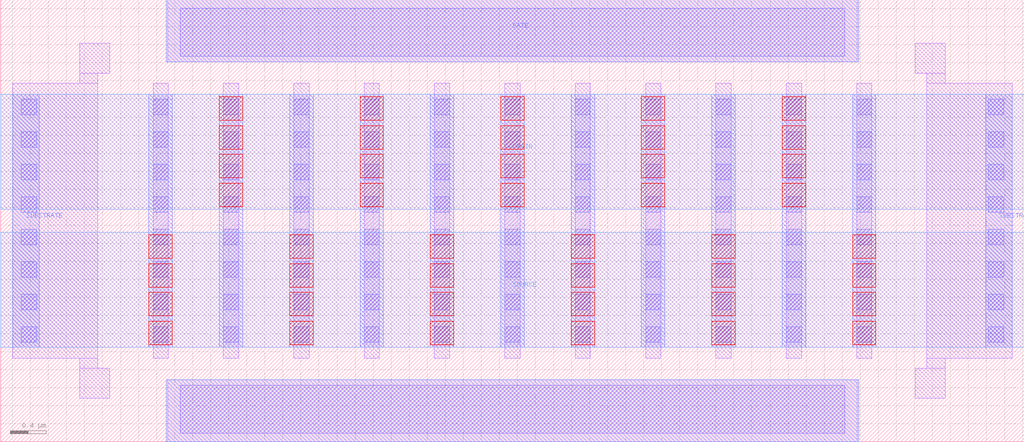
<source format=lef>
# Copyright 2020 The SkyWater PDK Authors
#
# Licensed under the Apache License, Version 2.0 (the "License");
# you may not use this file except in compliance with the License.
# You may obtain a copy of the License at
#
#     https://www.apache.org/licenses/LICENSE-2.0
#
# Unless required by applicable law or agreed to in writing, software
# distributed under the License is distributed on an "AS IS" BASIS,
# WITHOUT WARRANTIES OR CONDITIONS OF ANY KIND, either express or implied.
# See the License for the specific language governing permissions and
# limitations under the License.
#
# SPDX-License-Identifier: Apache-2.0

VERSION 5.7 ;
  NOWIREEXTENSIONATPIN ON ;
  DIVIDERCHAR "/" ;
  BUSBITCHARS "[]" ;
MACRO sky130_fd_pr__rf_nfet_g5v0d10v5_bM10W3p00L0p50
  CLASS BLOCK ;
  FOREIGN sky130_fd_pr__rf_nfet_g5v0d10v5_bM10W3p00L0p50 ;
  ORIGIN -0.070000  0.000000 ;
  SIZE  11.35000 BY  4.900000 ;
  PIN DRAIN
    ANTENNADIFFAREA  4.214000 ;
    PORT
      LAYER met2 ;
        RECT 0.070000 2.575000 11.420000 3.855000 ;
    END
  END DRAIN
  PIN GATE
    ANTENNAGATEAREA  15.049999 ;
    PORT
      LAYER met1 ;
        RECT 1.905000 0.000000 9.585000 0.685000 ;
        RECT 1.905000 4.215000 9.585000 4.900000 ;
    END
  END GATE
  PIN SOURCE
    ANTENNADIFFAREA  5.056800 ;
    PORT
      LAYER met2 ;
        RECT 0.070000 1.045000 11.420000 2.325000 ;
    END
  END SOURCE
  PIN SUBSTRATE
    ANTENNADIFFAREA  3.010000 ;
    ANTENNAGATEAREA  1.505000 ;
    PORT
      LAYER met1 ;
        RECT 0.205000 1.045000 0.500000 3.855000 ;
    END
    PORT
      LAYER met1 ;
        RECT 10.990000 1.045000 11.285000 3.855000 ;
    END
  END SUBSTRATE
  OBS
    LAYER li1 ;
      RECT  0.205000 0.925000  1.150000 3.975000 ;
      RECT  0.950000 0.485000  1.280000 0.815000 ;
      RECT  0.950000 0.815000  1.150000 0.925000 ;
      RECT  0.950000 3.975000  1.150000 4.085000 ;
      RECT  0.950000 4.085000  1.280000 4.415000 ;
      RECT  1.760000 0.925000  1.930000 3.975000 ;
      RECT  1.925000 0.000000  9.565000 0.685000 ;
      RECT  1.925000 4.215000  9.565000 4.900000 ;
      RECT  2.540000 0.925000  2.710000 3.975000 ;
      RECT  3.320000 0.925000  3.490000 3.975000 ;
      RECT  4.100000 0.925000  4.270000 3.975000 ;
      RECT  4.880000 0.925000  5.050000 3.975000 ;
      RECT  5.660000 0.925000  5.830000 3.975000 ;
      RECT  6.440000 0.925000  6.610000 3.975000 ;
      RECT  7.220000 0.925000  7.390000 3.975000 ;
      RECT  8.000000 0.925000  8.170000 3.975000 ;
      RECT  8.780000 0.925000  8.950000 3.975000 ;
      RECT  9.560000 0.925000  9.730000 3.975000 ;
      RECT 10.210000 0.485000 10.540000 0.815000 ;
      RECT 10.210000 4.085000 10.540000 4.415000 ;
      RECT 10.340000 0.815000 10.540000 0.925000 ;
      RECT 10.340000 0.925000 11.285000 3.975000 ;
      RECT 10.340000 3.975000 10.540000 4.085000 ;
    LAYER mcon ;
      RECT  0.300000 1.105000  0.470000 1.275000 ;
      RECT  0.300000 1.465000  0.470000 1.635000 ;
      RECT  0.300000 1.825000  0.470000 1.995000 ;
      RECT  0.300000 2.185000  0.470000 2.355000 ;
      RECT  0.300000 2.545000  0.470000 2.715000 ;
      RECT  0.300000 2.905000  0.470000 3.075000 ;
      RECT  0.300000 3.265000  0.470000 3.435000 ;
      RECT  0.300000 3.625000  0.470000 3.795000 ;
      RECT  1.760000 1.105000  1.930000 1.275000 ;
      RECT  1.760000 1.465000  1.930000 1.635000 ;
      RECT  1.760000 1.825000  1.930000 1.995000 ;
      RECT  1.760000 2.185000  1.930000 2.355000 ;
      RECT  1.760000 2.545000  1.930000 2.715000 ;
      RECT  1.760000 2.905000  1.930000 3.075000 ;
      RECT  1.760000 3.265000  1.930000 3.435000 ;
      RECT  1.760000 3.625000  1.930000 3.795000 ;
      RECT  2.060000 0.095000  9.430000 0.625000 ;
      RECT  2.060000 4.275000  9.430000 4.805000 ;
      RECT  2.540000 1.105000  2.710000 1.275000 ;
      RECT  2.540000 1.465000  2.710000 1.635000 ;
      RECT  2.540000 1.825000  2.710000 1.995000 ;
      RECT  2.540000 2.185000  2.710000 2.355000 ;
      RECT  2.540000 2.545000  2.710000 2.715000 ;
      RECT  2.540000 2.905000  2.710000 3.075000 ;
      RECT  2.540000 3.265000  2.710000 3.435000 ;
      RECT  2.540000 3.625000  2.710000 3.795000 ;
      RECT  3.320000 1.105000  3.490000 1.275000 ;
      RECT  3.320000 1.465000  3.490000 1.635000 ;
      RECT  3.320000 1.825000  3.490000 1.995000 ;
      RECT  3.320000 2.185000  3.490000 2.355000 ;
      RECT  3.320000 2.545000  3.490000 2.715000 ;
      RECT  3.320000 2.905000  3.490000 3.075000 ;
      RECT  3.320000 3.265000  3.490000 3.435000 ;
      RECT  3.320000 3.625000  3.490000 3.795000 ;
      RECT  4.100000 1.105000  4.270000 1.275000 ;
      RECT  4.100000 1.465000  4.270000 1.635000 ;
      RECT  4.100000 1.825000  4.270000 1.995000 ;
      RECT  4.100000 2.185000  4.270000 2.355000 ;
      RECT  4.100000 2.545000  4.270000 2.715000 ;
      RECT  4.100000 2.905000  4.270000 3.075000 ;
      RECT  4.100000 3.265000  4.270000 3.435000 ;
      RECT  4.100000 3.625000  4.270000 3.795000 ;
      RECT  4.880000 1.105000  5.050000 1.275000 ;
      RECT  4.880000 1.465000  5.050000 1.635000 ;
      RECT  4.880000 1.825000  5.050000 1.995000 ;
      RECT  4.880000 2.185000  5.050000 2.355000 ;
      RECT  4.880000 2.545000  5.050000 2.715000 ;
      RECT  4.880000 2.905000  5.050000 3.075000 ;
      RECT  4.880000 3.265000  5.050000 3.435000 ;
      RECT  4.880000 3.625000  5.050000 3.795000 ;
      RECT  5.660000 1.105000  5.830000 1.275000 ;
      RECT  5.660000 1.465000  5.830000 1.635000 ;
      RECT  5.660000 1.825000  5.830000 1.995000 ;
      RECT  5.660000 2.185000  5.830000 2.355000 ;
      RECT  5.660000 2.545000  5.830000 2.715000 ;
      RECT  5.660000 2.905000  5.830000 3.075000 ;
      RECT  5.660000 3.265000  5.830000 3.435000 ;
      RECT  5.660000 3.625000  5.830000 3.795000 ;
      RECT  6.440000 1.105000  6.610000 1.275000 ;
      RECT  6.440000 1.465000  6.610000 1.635000 ;
      RECT  6.440000 1.825000  6.610000 1.995000 ;
      RECT  6.440000 2.185000  6.610000 2.355000 ;
      RECT  6.440000 2.545000  6.610000 2.715000 ;
      RECT  6.440000 2.905000  6.610000 3.075000 ;
      RECT  6.440000 3.265000  6.610000 3.435000 ;
      RECT  6.440000 3.625000  6.610000 3.795000 ;
      RECT  7.220000 1.105000  7.390000 1.275000 ;
      RECT  7.220000 1.465000  7.390000 1.635000 ;
      RECT  7.220000 1.825000  7.390000 1.995000 ;
      RECT  7.220000 2.185000  7.390000 2.355000 ;
      RECT  7.220000 2.545000  7.390000 2.715000 ;
      RECT  7.220000 2.905000  7.390000 3.075000 ;
      RECT  7.220000 3.265000  7.390000 3.435000 ;
      RECT  7.220000 3.625000  7.390000 3.795000 ;
      RECT  8.000000 1.105000  8.170000 1.275000 ;
      RECT  8.000000 1.465000  8.170000 1.635000 ;
      RECT  8.000000 1.825000  8.170000 1.995000 ;
      RECT  8.000000 2.185000  8.170000 2.355000 ;
      RECT  8.000000 2.545000  8.170000 2.715000 ;
      RECT  8.000000 2.905000  8.170000 3.075000 ;
      RECT  8.000000 3.265000  8.170000 3.435000 ;
      RECT  8.000000 3.625000  8.170000 3.795000 ;
      RECT  8.780000 1.105000  8.950000 1.275000 ;
      RECT  8.780000 1.465000  8.950000 1.635000 ;
      RECT  8.780000 1.825000  8.950000 1.995000 ;
      RECT  8.780000 2.185000  8.950000 2.355000 ;
      RECT  8.780000 2.545000  8.950000 2.715000 ;
      RECT  8.780000 2.905000  8.950000 3.075000 ;
      RECT  8.780000 3.265000  8.950000 3.435000 ;
      RECT  8.780000 3.625000  8.950000 3.795000 ;
      RECT  9.560000 1.105000  9.730000 1.275000 ;
      RECT  9.560000 1.465000  9.730000 1.635000 ;
      RECT  9.560000 1.825000  9.730000 1.995000 ;
      RECT  9.560000 2.185000  9.730000 2.355000 ;
      RECT  9.560000 2.545000  9.730000 2.715000 ;
      RECT  9.560000 2.905000  9.730000 3.075000 ;
      RECT  9.560000 3.265000  9.730000 3.435000 ;
      RECT  9.560000 3.625000  9.730000 3.795000 ;
      RECT 11.020000 1.105000 11.190000 1.275000 ;
      RECT 11.020000 1.465000 11.190000 1.635000 ;
      RECT 11.020000 1.825000 11.190000 1.995000 ;
      RECT 11.020000 2.185000 11.190000 2.355000 ;
      RECT 11.020000 2.545000 11.190000 2.715000 ;
      RECT 11.020000 2.905000 11.190000 3.075000 ;
      RECT 11.020000 3.265000 11.190000 3.435000 ;
      RECT 11.020000 3.625000 11.190000 3.795000 ;
    LAYER met1 ;
      RECT 1.715000 1.045000 1.975000 3.855000 ;
      RECT 2.495000 1.045000 2.755000 3.855000 ;
      RECT 3.275000 1.045000 3.535000 3.855000 ;
      RECT 4.055000 1.045000 4.315000 3.855000 ;
      RECT 4.835000 1.045000 5.095000 3.855000 ;
      RECT 5.615000 1.045000 5.875000 3.855000 ;
      RECT 6.395000 1.045000 6.655000 3.855000 ;
      RECT 7.175000 1.045000 7.435000 3.855000 ;
      RECT 7.955000 1.045000 8.215000 3.855000 ;
      RECT 8.735000 1.045000 8.995000 3.855000 ;
      RECT 9.515000 1.045000 9.775000 3.855000 ;
    LAYER via ;
      RECT 1.715000 1.075000 1.975000 1.335000 ;
      RECT 1.715000 1.395000 1.975000 1.655000 ;
      RECT 1.715000 1.715000 1.975000 1.975000 ;
      RECT 1.715000 2.035000 1.975000 2.295000 ;
      RECT 2.495000 2.605000 2.755000 2.865000 ;
      RECT 2.495000 2.925000 2.755000 3.185000 ;
      RECT 2.495000 3.245000 2.755000 3.505000 ;
      RECT 2.495000 3.565000 2.755000 3.825000 ;
      RECT 3.275000 1.075000 3.535000 1.335000 ;
      RECT 3.275000 1.395000 3.535000 1.655000 ;
      RECT 3.275000 1.715000 3.535000 1.975000 ;
      RECT 3.275000 2.035000 3.535000 2.295000 ;
      RECT 4.055000 2.605000 4.315000 2.865000 ;
      RECT 4.055000 2.925000 4.315000 3.185000 ;
      RECT 4.055000 3.245000 4.315000 3.505000 ;
      RECT 4.055000 3.565000 4.315000 3.825000 ;
      RECT 4.835000 1.075000 5.095000 1.335000 ;
      RECT 4.835000 1.395000 5.095000 1.655000 ;
      RECT 4.835000 1.715000 5.095000 1.975000 ;
      RECT 4.835000 2.035000 5.095000 2.295000 ;
      RECT 5.615000 2.605000 5.875000 2.865000 ;
      RECT 5.615000 2.925000 5.875000 3.185000 ;
      RECT 5.615000 3.245000 5.875000 3.505000 ;
      RECT 5.615000 3.565000 5.875000 3.825000 ;
      RECT 6.395000 1.075000 6.655000 1.335000 ;
      RECT 6.395000 1.395000 6.655000 1.655000 ;
      RECT 6.395000 1.715000 6.655000 1.975000 ;
      RECT 6.395000 2.035000 6.655000 2.295000 ;
      RECT 7.175000 2.605000 7.435000 2.865000 ;
      RECT 7.175000 2.925000 7.435000 3.185000 ;
      RECT 7.175000 3.245000 7.435000 3.505000 ;
      RECT 7.175000 3.565000 7.435000 3.825000 ;
      RECT 7.955000 1.075000 8.215000 1.335000 ;
      RECT 7.955000 1.395000 8.215000 1.655000 ;
      RECT 7.955000 1.715000 8.215000 1.975000 ;
      RECT 7.955000 2.035000 8.215000 2.295000 ;
      RECT 8.735000 2.605000 8.995000 2.865000 ;
      RECT 8.735000 2.925000 8.995000 3.185000 ;
      RECT 8.735000 3.245000 8.995000 3.505000 ;
      RECT 8.735000 3.565000 8.995000 3.825000 ;
      RECT 9.515000 1.075000 9.775000 1.335000 ;
      RECT 9.515000 1.395000 9.775000 1.655000 ;
      RECT 9.515000 1.715000 9.775000 1.975000 ;
      RECT 9.515000 2.035000 9.775000 2.295000 ;
  END
END sky130_fd_pr__rf_nfet_g5v0d10v5_bM10W3p00L0p50
END LIBRARY

</source>
